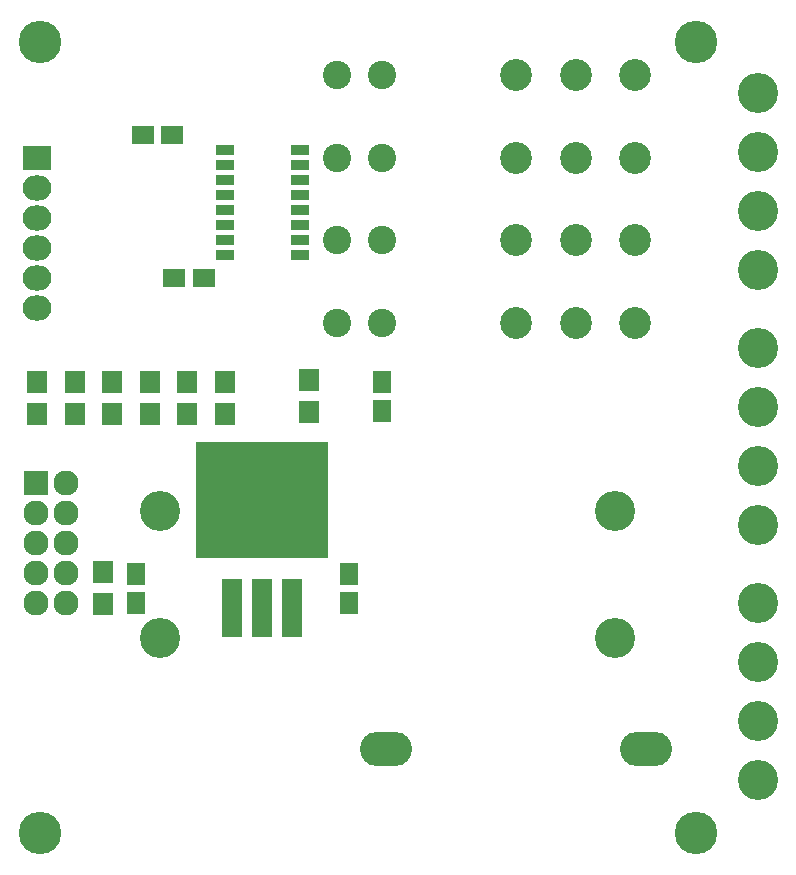
<source format=gbs>
G04 #@! TF.FileFunction,Soldermask,Bot*
%FSLAX46Y46*%
G04 Gerber Fmt 4.6, Leading zero omitted, Abs format (unit mm)*
G04 Created by KiCad (PCBNEW 4.0.2+e4-6225~38~ubuntu14.04.1-stable) date Sun 31 Jul 2016 09:36:03 AM CEST*
%MOMM*%
G01*
G04 APERTURE LIST*
%ADD10C,0.100000*%
%ADD11R,1.900000X1.650000*%
%ADD12O,4.400500X2.899360*%
%ADD13R,2.432000X2.127200*%
%ADD14O,2.432000X2.127200*%
%ADD15R,1.700000X1.900000*%
%ADD16R,1.790000X5.000000*%
%ADD17R,11.200000X9.800000*%
%ADD18R,1.543000X0.908000*%
%ADD19C,3.400000*%
%ADD20C,2.700000*%
%ADD21C,2.400000*%
%ADD22R,1.650000X1.900000*%
%ADD23C,3.600000*%
%ADD24R,2.127200X2.127200*%
%ADD25O,2.127200X2.127200*%
G04 APERTURE END LIST*
D10*
D11*
X123845000Y-82931000D03*
X126345000Y-82931000D03*
X121178000Y-70866000D03*
X123678000Y-70866000D03*
D12*
X163781740Y-122809000D03*
X141780260Y-122809000D03*
D13*
X112268000Y-72771000D03*
D14*
X112268000Y-75311000D03*
X112268000Y-77851000D03*
X112268000Y-80391000D03*
X112268000Y-82931000D03*
X112268000Y-85471000D03*
D15*
X121793000Y-94441000D03*
X121793000Y-91741000D03*
X118618000Y-94441000D03*
X118618000Y-91741000D03*
X124968000Y-94441000D03*
X124968000Y-91741000D03*
X128143000Y-94441000D03*
X128143000Y-91741000D03*
X115443000Y-94441000D03*
X115443000Y-91741000D03*
X112268000Y-94441000D03*
X112268000Y-91741000D03*
X135255000Y-94314000D03*
X135255000Y-91614000D03*
D16*
X131318000Y-110871000D03*
D17*
X131318000Y-101721000D03*
D16*
X128778000Y-110871000D03*
X133858000Y-110871000D03*
D18*
X134493000Y-81026000D03*
X134493000Y-78486000D03*
X134493000Y-77216000D03*
X134493000Y-75946000D03*
X134493000Y-74676000D03*
X134493000Y-73406000D03*
X134493000Y-72136000D03*
X128143000Y-72136000D03*
X128143000Y-73406000D03*
X128143000Y-74676000D03*
X128143000Y-75946000D03*
X128143000Y-77216000D03*
X128143000Y-78486000D03*
X128143000Y-79756000D03*
X128143000Y-81026000D03*
X134493000Y-79756000D03*
D19*
X173230000Y-110476000D03*
X173230000Y-115476000D03*
X173230000Y-120476000D03*
X173230000Y-125476000D03*
X173230000Y-88886000D03*
X173230000Y-93886000D03*
X173230000Y-98886000D03*
X173230000Y-103886000D03*
X173230000Y-67296000D03*
X173230000Y-72296000D03*
X173230000Y-77296000D03*
X173230000Y-82296000D03*
X122663000Y-102661000D03*
X161163000Y-102661000D03*
X122663000Y-113411000D03*
X161163000Y-113411000D03*
D20*
X162868000Y-86741000D03*
X157828000Y-86741000D03*
X152788000Y-86741000D03*
D21*
X141448000Y-86741000D03*
X137668000Y-86741000D03*
D20*
X162868000Y-79756000D03*
X157828000Y-79756000D03*
X152788000Y-79756000D03*
D21*
X141448000Y-79756000D03*
X137668000Y-79756000D03*
D20*
X162868000Y-72771000D03*
X157828000Y-72771000D03*
X152788000Y-72771000D03*
D21*
X141448000Y-72771000D03*
X137668000Y-72771000D03*
D20*
X162868000Y-65786000D03*
X157828000Y-65786000D03*
X152788000Y-65786000D03*
D21*
X141448000Y-65786000D03*
X137668000Y-65786000D03*
D22*
X141478000Y-91714000D03*
X141478000Y-94214000D03*
D23*
X168000000Y-129928000D03*
X168000000Y-62928000D03*
X112500000Y-129928000D03*
X112500000Y-62928000D03*
D15*
X117856000Y-110570000D03*
X117856000Y-107870000D03*
D24*
X112141000Y-100330000D03*
D25*
X114681000Y-100330000D03*
X112141000Y-102870000D03*
X114681000Y-102870000D03*
X112141000Y-105410000D03*
X114681000Y-105410000D03*
X112141000Y-107950000D03*
X114681000Y-107950000D03*
X112141000Y-110490000D03*
X114681000Y-110490000D03*
D22*
X120650000Y-107970000D03*
X120650000Y-110470000D03*
X138684000Y-107970000D03*
X138684000Y-110470000D03*
M02*

</source>
